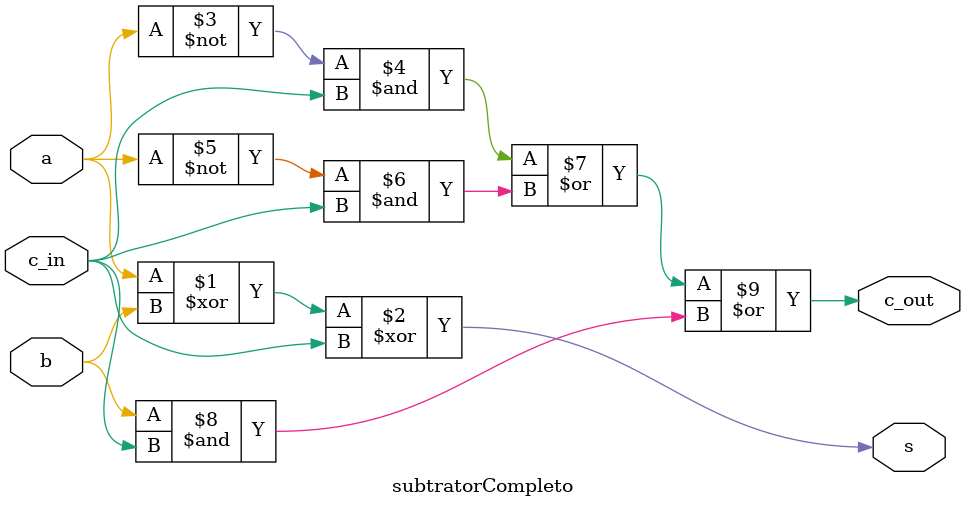
<source format=v>
module subtratorCompleto(a, b, c_in, s, c_out);

    input a, b, c_in;
    output s, c_out;

    assign s = a ^ b ^ c_in;
    assign c_out = (~a)&c_in | (~a)&c_in | b&c_in;

endmodule
</source>
